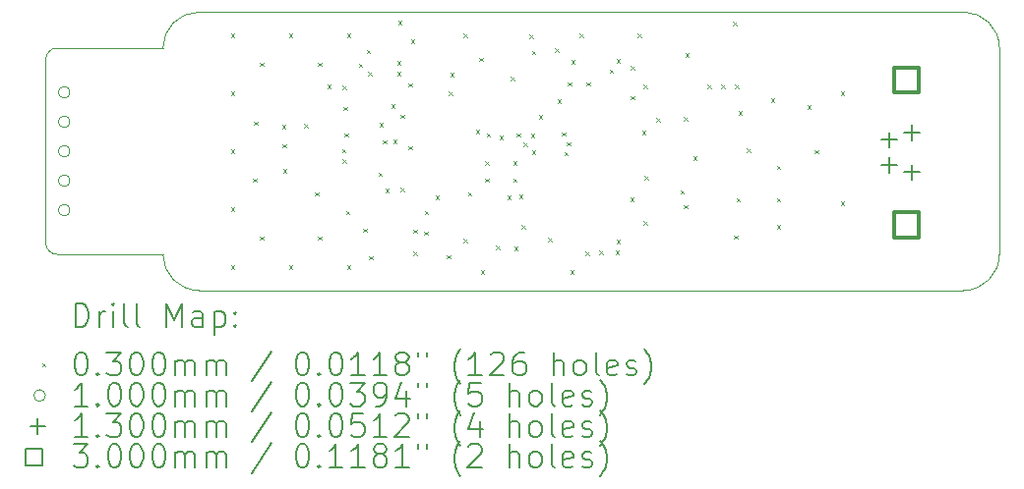
<source format=gbr>
%TF.GenerationSoftware,KiCad,Pcbnew,8.0.2-1.fc40*%
%TF.CreationDate,2024-05-13T13:54:55+02:00*%
%TF.ProjectId,FT24-SLS,46543234-2d53-44c5-932e-6b696361645f,rev?*%
%TF.SameCoordinates,Original*%
%TF.FileFunction,Drillmap*%
%TF.FilePolarity,Positive*%
%FSLAX45Y45*%
G04 Gerber Fmt 4.5, Leading zero omitted, Abs format (unit mm)*
G04 Created by KiCad (PCBNEW 8.0.2-1.fc40) date 2024-05-13 13:54:55*
%MOMM*%
%LPD*%
G01*
G04 APERTURE LIST*
%ADD10C,0.050000*%
%ADD11C,0.200000*%
%ADD12C,0.100000*%
%ADD13C,0.130000*%
%ADD14C,0.300000*%
G04 APERTURE END LIST*
D10*
X18600000Y-10290000D02*
G75*
G02*
X18290000Y-10600000I-310000J0D01*
G01*
X18290000Y-8199203D02*
G75*
G02*
X18599997Y-8509203I0J-309997D01*
G01*
X10490711Y-8510000D02*
X11400000Y-8510000D01*
X10490711Y-10289289D02*
G75*
G02*
X10390711Y-10189289I-1J99999D01*
G01*
X11400000Y-10290000D02*
X10490711Y-10289289D01*
X10390711Y-8610000D02*
G75*
G02*
X10490711Y-8510001I99999J0D01*
G01*
X11710000Y-10600000D02*
G75*
G02*
X11400000Y-10290000I0J310000D01*
G01*
X11400000Y-8510000D02*
G75*
G02*
X11709203Y-8200800I309200J0D01*
G01*
X18290000Y-10600000D02*
X11710000Y-10600000D01*
X18600000Y-8509203D02*
X18600000Y-10290000D01*
X11709203Y-8200797D02*
X18290000Y-8199203D01*
X10390711Y-10189289D02*
X10390711Y-8610000D01*
D11*
D12*
X11985000Y-8385000D02*
X12015000Y-8415000D01*
X12015000Y-8385000D02*
X11985000Y-8415000D01*
X11985000Y-8885000D02*
X12015000Y-8915000D01*
X12015000Y-8885000D02*
X11985000Y-8915000D01*
X11985000Y-9385000D02*
X12015000Y-9415000D01*
X12015000Y-9385000D02*
X11985000Y-9415000D01*
X11985000Y-9885000D02*
X12015000Y-9915000D01*
X12015000Y-9885000D02*
X11985000Y-9915000D01*
X11985000Y-10385000D02*
X12015000Y-10415000D01*
X12015000Y-10385000D02*
X11985000Y-10415000D01*
X12175000Y-9635000D02*
X12205000Y-9665000D01*
X12205000Y-9635000D02*
X12175000Y-9665000D01*
X12185000Y-9145000D02*
X12215000Y-9175000D01*
X12215000Y-9145000D02*
X12185000Y-9175000D01*
X12235000Y-8635000D02*
X12265000Y-8665000D01*
X12265000Y-8635000D02*
X12235000Y-8665000D01*
X12235000Y-10135000D02*
X12265000Y-10165000D01*
X12265000Y-10135000D02*
X12235000Y-10165000D01*
X12425000Y-9175000D02*
X12455000Y-9205000D01*
X12455000Y-9175000D02*
X12425000Y-9205000D01*
X12429713Y-9337835D02*
X12459713Y-9367835D01*
X12459713Y-9337835D02*
X12429713Y-9367835D01*
X12433980Y-9556020D02*
X12463980Y-9586020D01*
X12463980Y-9556020D02*
X12433980Y-9586020D01*
X12485000Y-8385000D02*
X12515000Y-8415000D01*
X12515000Y-8385000D02*
X12485000Y-8415000D01*
X12485000Y-10385000D02*
X12515000Y-10415000D01*
X12515000Y-10385000D02*
X12485000Y-10415000D01*
X12615000Y-9165000D02*
X12645000Y-9195000D01*
X12645000Y-9165000D02*
X12615000Y-9195000D01*
X12707500Y-9755000D02*
X12737500Y-9785000D01*
X12737500Y-9755000D02*
X12707500Y-9785000D01*
X12735000Y-8635000D02*
X12765000Y-8665000D01*
X12765000Y-8635000D02*
X12735000Y-8665000D01*
X12735000Y-10135000D02*
X12765000Y-10165000D01*
X12765000Y-10135000D02*
X12735000Y-10165000D01*
X12815000Y-8825000D02*
X12845000Y-8855000D01*
X12845000Y-8825000D02*
X12815000Y-8855000D01*
X12943505Y-9381035D02*
X12973505Y-9411035D01*
X12973505Y-9381035D02*
X12943505Y-9411035D01*
X12944991Y-9470000D02*
X12974991Y-9500000D01*
X12974991Y-9470000D02*
X12944991Y-9500000D01*
X12945000Y-8835000D02*
X12975000Y-8865000D01*
X12975000Y-8835000D02*
X12945000Y-8865000D01*
X12955000Y-9015000D02*
X12985000Y-9045000D01*
X12985000Y-9015000D02*
X12955000Y-9045000D01*
X12965000Y-9245000D02*
X12995000Y-9275000D01*
X12995000Y-9245000D02*
X12965000Y-9275000D01*
X12975000Y-9915000D02*
X13005000Y-9945000D01*
X13005000Y-9915000D02*
X12975000Y-9945000D01*
X12985000Y-8385000D02*
X13015000Y-8415000D01*
X13015000Y-8385000D02*
X12985000Y-8415000D01*
X12985000Y-10385000D02*
X13015000Y-10415000D01*
X13015000Y-10385000D02*
X12985000Y-10415000D01*
X13085000Y-8645000D02*
X13115000Y-8675000D01*
X13115000Y-8645000D02*
X13085000Y-8675000D01*
X13125000Y-10065000D02*
X13155000Y-10095000D01*
X13155000Y-10065000D02*
X13125000Y-10095000D01*
X13155000Y-8525000D02*
X13185000Y-8555000D01*
X13185000Y-8525000D02*
X13155000Y-8555000D01*
X13165000Y-8715000D02*
X13195000Y-8745000D01*
X13195000Y-8715000D02*
X13165000Y-8745000D01*
X13175000Y-10305000D02*
X13205000Y-10335000D01*
X13205000Y-10305000D02*
X13175000Y-10335000D01*
X13255000Y-9585000D02*
X13285000Y-9615000D01*
X13285000Y-9585000D02*
X13255000Y-9615000D01*
X13265000Y-9155000D02*
X13295000Y-9185000D01*
X13295000Y-9155000D02*
X13265000Y-9185000D01*
X13295000Y-9305000D02*
X13325000Y-9335000D01*
X13325000Y-9305000D02*
X13295000Y-9335000D01*
X13315000Y-9725000D02*
X13345000Y-9755000D01*
X13345000Y-9725000D02*
X13315000Y-9755000D01*
X13365000Y-8995000D02*
X13395000Y-9025000D01*
X13395000Y-8995000D02*
X13365000Y-9025000D01*
X13381238Y-9302010D02*
X13411238Y-9332010D01*
X13411238Y-9302010D02*
X13381238Y-9332010D01*
X13415000Y-8625000D02*
X13445000Y-8655000D01*
X13445000Y-8625000D02*
X13415000Y-8655000D01*
X13415000Y-8715000D02*
X13445000Y-8745000D01*
X13445000Y-8715000D02*
X13415000Y-8745000D01*
X13425000Y-8275000D02*
X13455000Y-8305000D01*
X13455000Y-8275000D02*
X13425000Y-8305000D01*
X13445000Y-9715000D02*
X13475000Y-9745000D01*
X13475000Y-9715000D02*
X13445000Y-9745000D01*
X13445000Y-9085000D02*
X13475000Y-9115000D01*
X13475000Y-9085000D02*
X13445000Y-9115000D01*
X13515000Y-8815000D02*
X13545000Y-8845000D01*
X13545000Y-8815000D02*
X13515000Y-8845000D01*
X13515000Y-9355000D02*
X13545000Y-9385000D01*
X13545000Y-9355000D02*
X13515000Y-9385000D01*
X13535000Y-8435000D02*
X13565000Y-8465000D01*
X13565000Y-8435000D02*
X13535000Y-8465000D01*
X13555000Y-10075000D02*
X13585000Y-10105000D01*
X13585000Y-10075000D02*
X13555000Y-10105000D01*
X13555000Y-10265000D02*
X13585000Y-10295000D01*
X13585000Y-10265000D02*
X13555000Y-10295000D01*
X13648751Y-10091250D02*
X13678751Y-10121250D01*
X13678751Y-10091250D02*
X13648751Y-10121250D01*
X13652500Y-9915000D02*
X13682500Y-9945000D01*
X13682500Y-9915000D02*
X13652500Y-9945000D01*
X13745000Y-9785000D02*
X13775000Y-9815000D01*
X13775000Y-9785000D02*
X13745000Y-9815000D01*
X13845000Y-10295000D02*
X13875000Y-10325000D01*
X13875000Y-10295000D02*
X13845000Y-10325000D01*
X13861140Y-8885000D02*
X13891140Y-8915000D01*
X13891140Y-8885000D02*
X13861140Y-8915000D01*
X13871140Y-8725000D02*
X13901140Y-8755000D01*
X13901140Y-8725000D02*
X13871140Y-8755000D01*
X13985000Y-8385000D02*
X14015000Y-8415000D01*
X14015000Y-8385000D02*
X13985000Y-8415000D01*
X13985000Y-10155000D02*
X14015000Y-10185000D01*
X14015000Y-10155000D02*
X13985000Y-10185000D01*
X14025000Y-9755000D02*
X14055000Y-9785000D01*
X14055000Y-9755000D02*
X14025000Y-9785000D01*
X14092500Y-9214999D02*
X14122500Y-9244999D01*
X14122500Y-9214999D02*
X14092500Y-9244999D01*
X14125000Y-8595000D02*
X14155000Y-8625000D01*
X14155000Y-8595000D02*
X14125000Y-8625000D01*
X14135000Y-10425000D02*
X14165000Y-10455000D01*
X14165000Y-10425000D02*
X14135000Y-10455000D01*
X14175000Y-9485000D02*
X14205000Y-9515000D01*
X14205000Y-9485000D02*
X14175000Y-9515000D01*
X14175000Y-9635000D02*
X14205000Y-9665000D01*
X14205000Y-9635000D02*
X14175000Y-9665000D01*
X14185000Y-9245000D02*
X14215000Y-9275000D01*
X14215000Y-9245000D02*
X14185000Y-9275000D01*
X14265000Y-10215000D02*
X14295000Y-10245000D01*
X14295000Y-10215000D02*
X14265000Y-10245000D01*
X14295000Y-9265000D02*
X14325000Y-9295000D01*
X14325000Y-9265000D02*
X14295000Y-9295000D01*
X14365000Y-9785000D02*
X14395000Y-9815000D01*
X14395000Y-9785000D02*
X14365000Y-9815000D01*
X14393397Y-8757265D02*
X14423397Y-8787265D01*
X14423397Y-8757265D02*
X14393397Y-8787265D01*
X14415000Y-9485000D02*
X14445000Y-9515000D01*
X14445000Y-9485000D02*
X14415000Y-9515000D01*
X14415000Y-9635000D02*
X14445000Y-9665000D01*
X14445000Y-9635000D02*
X14415000Y-9665000D01*
X14425000Y-10225000D02*
X14455000Y-10255000D01*
X14455000Y-10225000D02*
X14425000Y-10255000D01*
X14445000Y-9245000D02*
X14475000Y-9275000D01*
X14475000Y-9245000D02*
X14445000Y-9275000D01*
X14465000Y-9775000D02*
X14495000Y-9805000D01*
X14495000Y-9775000D02*
X14465000Y-9805000D01*
X14485000Y-10035000D02*
X14515000Y-10065000D01*
X14515000Y-10035000D02*
X14485000Y-10065000D01*
X14502154Y-9327500D02*
X14532154Y-9357500D01*
X14532154Y-9327500D02*
X14502154Y-9357500D01*
X14555000Y-8395000D02*
X14585000Y-8425000D01*
X14585000Y-8395000D02*
X14555000Y-8425000D01*
X14566113Y-9250000D02*
X14596113Y-9280000D01*
X14596113Y-9250000D02*
X14566113Y-9280000D01*
X14575000Y-8535000D02*
X14605000Y-8565000D01*
X14605000Y-8535000D02*
X14575000Y-8565000D01*
X14575000Y-9395000D02*
X14605000Y-9425000D01*
X14605000Y-9395000D02*
X14575000Y-9425000D01*
X14635000Y-9087500D02*
X14665000Y-9117500D01*
X14665000Y-9087500D02*
X14635000Y-9117500D01*
X14715000Y-10145000D02*
X14745000Y-10175000D01*
X14745000Y-10145000D02*
X14715000Y-10175000D01*
X14775000Y-8515000D02*
X14805000Y-8545000D01*
X14805000Y-8515000D02*
X14775000Y-8545000D01*
X14795001Y-8955000D02*
X14825001Y-8985000D01*
X14825001Y-8955000D02*
X14795001Y-8985000D01*
X14835000Y-9235000D02*
X14865000Y-9265000D01*
X14865000Y-9235000D02*
X14835000Y-9265000D01*
X14855000Y-9405000D02*
X14885000Y-9435000D01*
X14885000Y-9405000D02*
X14855000Y-9435000D01*
X14875000Y-9322500D02*
X14905000Y-9352500D01*
X14905000Y-9322500D02*
X14875000Y-9352500D01*
X14885000Y-8805000D02*
X14915000Y-8835000D01*
X14915000Y-8805000D02*
X14885000Y-8835000D01*
X14905000Y-10425000D02*
X14935000Y-10455000D01*
X14935000Y-10425000D02*
X14905000Y-10455000D01*
X14915000Y-8615000D02*
X14945000Y-8645000D01*
X14945000Y-8615000D02*
X14915000Y-8645000D01*
X14985000Y-8385000D02*
X15015000Y-8415000D01*
X15015000Y-8385000D02*
X14985000Y-8415000D01*
X15034998Y-10265000D02*
X15064998Y-10295000D01*
X15064998Y-10265000D02*
X15034998Y-10295000D01*
X15045000Y-8805001D02*
X15075000Y-8835001D01*
X15075000Y-8805001D02*
X15045000Y-8835001D01*
X15155000Y-10255000D02*
X15185000Y-10285000D01*
X15185000Y-10255000D02*
X15155000Y-10285000D01*
X15245000Y-8695000D02*
X15275000Y-8725000D01*
X15275000Y-8695000D02*
X15245000Y-8725000D01*
X15295000Y-10255000D02*
X15325000Y-10285000D01*
X15325000Y-10255000D02*
X15295000Y-10285000D01*
X15305000Y-8605000D02*
X15335000Y-8635000D01*
X15335000Y-8605000D02*
X15305000Y-8635000D01*
X15305000Y-10165000D02*
X15335000Y-10195000D01*
X15335000Y-10165000D02*
X15305000Y-10195000D01*
X15421981Y-9798208D02*
X15451981Y-9828208D01*
X15451981Y-9798208D02*
X15421981Y-9828208D01*
X15425000Y-8665000D02*
X15455000Y-8695000D01*
X15455000Y-8665000D02*
X15425000Y-8695000D01*
X15425000Y-8925000D02*
X15455000Y-8955000D01*
X15455000Y-8925000D02*
X15425000Y-8955000D01*
X15485000Y-8385000D02*
X15515000Y-8415000D01*
X15515000Y-8385000D02*
X15485000Y-8415000D01*
X15525000Y-9225000D02*
X15555000Y-9255000D01*
X15555000Y-9225000D02*
X15525000Y-9255000D01*
X15535000Y-8825000D02*
X15565000Y-8855000D01*
X15565000Y-8825000D02*
X15535000Y-8855000D01*
X15535000Y-10005000D02*
X15565000Y-10035000D01*
X15565000Y-10005000D02*
X15535000Y-10035000D01*
X15545000Y-9615000D02*
X15575000Y-9645000D01*
X15575000Y-9615000D02*
X15545000Y-9645000D01*
X15645000Y-9115000D02*
X15675000Y-9145000D01*
X15675000Y-9115000D02*
X15645000Y-9145000D01*
X15855000Y-9735000D02*
X15885000Y-9765000D01*
X15885000Y-9735000D02*
X15855000Y-9765000D01*
X15885000Y-9105000D02*
X15915000Y-9135000D01*
X15915000Y-9105000D02*
X15885000Y-9135000D01*
X15885000Y-9865000D02*
X15915000Y-9895000D01*
X15915000Y-9865000D02*
X15885000Y-9895000D01*
X15895000Y-8555000D02*
X15925000Y-8585000D01*
X15925000Y-8555000D02*
X15895000Y-8585000D01*
X15965000Y-9445000D02*
X15995000Y-9475000D01*
X15995000Y-9445000D02*
X15965000Y-9475000D01*
X16085000Y-8825000D02*
X16115000Y-8855000D01*
X16115000Y-8825000D02*
X16085000Y-8855000D01*
X16205000Y-8825000D02*
X16235000Y-8855000D01*
X16235000Y-8825000D02*
X16205000Y-8855000D01*
X16306250Y-8283750D02*
X16336250Y-8313750D01*
X16336250Y-8283750D02*
X16306250Y-8313750D01*
X16315000Y-10125000D02*
X16345000Y-10155000D01*
X16345000Y-10125000D02*
X16315000Y-10155000D01*
X16325000Y-8825000D02*
X16355000Y-8855000D01*
X16355000Y-8825000D02*
X16325000Y-8855000D01*
X16335000Y-9805000D02*
X16365000Y-9835000D01*
X16365000Y-9805000D02*
X16335000Y-9835000D01*
X16355000Y-9055000D02*
X16385000Y-9085000D01*
X16385000Y-9055000D02*
X16355000Y-9085000D01*
X16425000Y-9375000D02*
X16455000Y-9405000D01*
X16455000Y-9375000D02*
X16425000Y-9405000D01*
X16635000Y-8945000D02*
X16665000Y-8975000D01*
X16665000Y-8945000D02*
X16635000Y-8975000D01*
X16685000Y-10035000D02*
X16715000Y-10065000D01*
X16715000Y-10035000D02*
X16685000Y-10065000D01*
X16685000Y-9525000D02*
X16715000Y-9555000D01*
X16715000Y-9525000D02*
X16685000Y-9555000D01*
X16685000Y-9805000D02*
X16715000Y-9835000D01*
X16715000Y-9805000D02*
X16685000Y-9835000D01*
X16944896Y-9005000D02*
X16974896Y-9035000D01*
X16974896Y-9005000D02*
X16944896Y-9035000D01*
X17010460Y-9390460D02*
X17040460Y-9420460D01*
X17040460Y-9390460D02*
X17010460Y-9420460D01*
X17235000Y-8885000D02*
X17265000Y-8915000D01*
X17265000Y-8885000D02*
X17235000Y-8915000D01*
X17235000Y-9835000D02*
X17265000Y-9865000D01*
X17265000Y-9835000D02*
X17235000Y-9865000D01*
X10600000Y-8892000D02*
G75*
G02*
X10500000Y-8892000I-50000J0D01*
G01*
X10500000Y-8892000D02*
G75*
G02*
X10600000Y-8892000I50000J0D01*
G01*
X10600000Y-9146000D02*
G75*
G02*
X10500000Y-9146000I-50000J0D01*
G01*
X10500000Y-9146000D02*
G75*
G02*
X10600000Y-9146000I50000J0D01*
G01*
X10600000Y-9400000D02*
G75*
G02*
X10500000Y-9400000I-50000J0D01*
G01*
X10500000Y-9400000D02*
G75*
G02*
X10600000Y-9400000I50000J0D01*
G01*
X10600000Y-9654000D02*
G75*
G02*
X10500000Y-9654000I-50000J0D01*
G01*
X10500000Y-9654000D02*
G75*
G02*
X10600000Y-9654000I50000J0D01*
G01*
X10600000Y-9908000D02*
G75*
G02*
X10500000Y-9908000I-50000J0D01*
G01*
X10500000Y-9908000D02*
G75*
G02*
X10600000Y-9908000I50000J0D01*
G01*
D13*
X17651250Y-9237500D02*
X17651250Y-9367500D01*
X17586250Y-9302500D02*
X17716250Y-9302500D01*
X17651250Y-9452500D02*
X17651250Y-9582500D01*
X17586250Y-9517500D02*
X17716250Y-9517500D01*
X17846250Y-9175000D02*
X17846250Y-9305000D01*
X17781250Y-9240000D02*
X17911250Y-9240000D01*
X17846250Y-9515000D02*
X17846250Y-9645000D01*
X17781250Y-9580000D02*
X17911250Y-9580000D01*
D14*
X17902317Y-8891067D02*
X17902317Y-8678933D01*
X17690183Y-8678933D01*
X17690183Y-8891067D01*
X17902317Y-8891067D01*
X17902317Y-10141067D02*
X17902317Y-9928933D01*
X17690183Y-9928933D01*
X17690183Y-10141067D01*
X17902317Y-10141067D01*
D11*
X10648988Y-10913984D02*
X10648988Y-10713984D01*
X10648988Y-10713984D02*
X10696607Y-10713984D01*
X10696607Y-10713984D02*
X10725178Y-10723508D01*
X10725178Y-10723508D02*
X10744226Y-10742555D01*
X10744226Y-10742555D02*
X10753749Y-10761603D01*
X10753749Y-10761603D02*
X10763273Y-10799698D01*
X10763273Y-10799698D02*
X10763273Y-10828270D01*
X10763273Y-10828270D02*
X10753749Y-10866365D01*
X10753749Y-10866365D02*
X10744226Y-10885413D01*
X10744226Y-10885413D02*
X10725178Y-10904460D01*
X10725178Y-10904460D02*
X10696607Y-10913984D01*
X10696607Y-10913984D02*
X10648988Y-10913984D01*
X10848988Y-10913984D02*
X10848988Y-10780651D01*
X10848988Y-10818746D02*
X10858511Y-10799698D01*
X10858511Y-10799698D02*
X10868035Y-10790174D01*
X10868035Y-10790174D02*
X10887083Y-10780651D01*
X10887083Y-10780651D02*
X10906130Y-10780651D01*
X10972797Y-10913984D02*
X10972797Y-10780651D01*
X10972797Y-10713984D02*
X10963273Y-10723508D01*
X10963273Y-10723508D02*
X10972797Y-10733032D01*
X10972797Y-10733032D02*
X10982321Y-10723508D01*
X10982321Y-10723508D02*
X10972797Y-10713984D01*
X10972797Y-10713984D02*
X10972797Y-10733032D01*
X11096607Y-10913984D02*
X11077559Y-10904460D01*
X11077559Y-10904460D02*
X11068035Y-10885413D01*
X11068035Y-10885413D02*
X11068035Y-10713984D01*
X11201368Y-10913984D02*
X11182321Y-10904460D01*
X11182321Y-10904460D02*
X11172797Y-10885413D01*
X11172797Y-10885413D02*
X11172797Y-10713984D01*
X11429940Y-10913984D02*
X11429940Y-10713984D01*
X11429940Y-10713984D02*
X11496607Y-10856841D01*
X11496607Y-10856841D02*
X11563273Y-10713984D01*
X11563273Y-10713984D02*
X11563273Y-10913984D01*
X11744226Y-10913984D02*
X11744226Y-10809222D01*
X11744226Y-10809222D02*
X11734702Y-10790174D01*
X11734702Y-10790174D02*
X11715654Y-10780651D01*
X11715654Y-10780651D02*
X11677559Y-10780651D01*
X11677559Y-10780651D02*
X11658511Y-10790174D01*
X11744226Y-10904460D02*
X11725178Y-10913984D01*
X11725178Y-10913984D02*
X11677559Y-10913984D01*
X11677559Y-10913984D02*
X11658511Y-10904460D01*
X11658511Y-10904460D02*
X11648987Y-10885413D01*
X11648987Y-10885413D02*
X11648987Y-10866365D01*
X11648987Y-10866365D02*
X11658511Y-10847317D01*
X11658511Y-10847317D02*
X11677559Y-10837794D01*
X11677559Y-10837794D02*
X11725178Y-10837794D01*
X11725178Y-10837794D02*
X11744226Y-10828270D01*
X11839464Y-10780651D02*
X11839464Y-10980651D01*
X11839464Y-10790174D02*
X11858511Y-10780651D01*
X11858511Y-10780651D02*
X11896607Y-10780651D01*
X11896607Y-10780651D02*
X11915654Y-10790174D01*
X11915654Y-10790174D02*
X11925178Y-10799698D01*
X11925178Y-10799698D02*
X11934702Y-10818746D01*
X11934702Y-10818746D02*
X11934702Y-10875889D01*
X11934702Y-10875889D02*
X11925178Y-10894936D01*
X11925178Y-10894936D02*
X11915654Y-10904460D01*
X11915654Y-10904460D02*
X11896607Y-10913984D01*
X11896607Y-10913984D02*
X11858511Y-10913984D01*
X11858511Y-10913984D02*
X11839464Y-10904460D01*
X12020416Y-10894936D02*
X12029940Y-10904460D01*
X12029940Y-10904460D02*
X12020416Y-10913984D01*
X12020416Y-10913984D02*
X12010892Y-10904460D01*
X12010892Y-10904460D02*
X12020416Y-10894936D01*
X12020416Y-10894936D02*
X12020416Y-10913984D01*
X12020416Y-10790174D02*
X12029940Y-10799698D01*
X12029940Y-10799698D02*
X12020416Y-10809222D01*
X12020416Y-10809222D02*
X12010892Y-10799698D01*
X12010892Y-10799698D02*
X12020416Y-10790174D01*
X12020416Y-10790174D02*
X12020416Y-10809222D01*
D12*
X10358211Y-11227500D02*
X10388211Y-11257500D01*
X10388211Y-11227500D02*
X10358211Y-11257500D01*
D11*
X10687083Y-11133984D02*
X10706130Y-11133984D01*
X10706130Y-11133984D02*
X10725178Y-11143508D01*
X10725178Y-11143508D02*
X10734702Y-11153032D01*
X10734702Y-11153032D02*
X10744226Y-11172079D01*
X10744226Y-11172079D02*
X10753749Y-11210174D01*
X10753749Y-11210174D02*
X10753749Y-11257793D01*
X10753749Y-11257793D02*
X10744226Y-11295889D01*
X10744226Y-11295889D02*
X10734702Y-11314936D01*
X10734702Y-11314936D02*
X10725178Y-11324460D01*
X10725178Y-11324460D02*
X10706130Y-11333984D01*
X10706130Y-11333984D02*
X10687083Y-11333984D01*
X10687083Y-11333984D02*
X10668035Y-11324460D01*
X10668035Y-11324460D02*
X10658511Y-11314936D01*
X10658511Y-11314936D02*
X10648988Y-11295889D01*
X10648988Y-11295889D02*
X10639464Y-11257793D01*
X10639464Y-11257793D02*
X10639464Y-11210174D01*
X10639464Y-11210174D02*
X10648988Y-11172079D01*
X10648988Y-11172079D02*
X10658511Y-11153032D01*
X10658511Y-11153032D02*
X10668035Y-11143508D01*
X10668035Y-11143508D02*
X10687083Y-11133984D01*
X10839464Y-11314936D02*
X10848988Y-11324460D01*
X10848988Y-11324460D02*
X10839464Y-11333984D01*
X10839464Y-11333984D02*
X10829940Y-11324460D01*
X10829940Y-11324460D02*
X10839464Y-11314936D01*
X10839464Y-11314936D02*
X10839464Y-11333984D01*
X10915654Y-11133984D02*
X11039464Y-11133984D01*
X11039464Y-11133984D02*
X10972797Y-11210174D01*
X10972797Y-11210174D02*
X11001369Y-11210174D01*
X11001369Y-11210174D02*
X11020416Y-11219698D01*
X11020416Y-11219698D02*
X11029940Y-11229222D01*
X11029940Y-11229222D02*
X11039464Y-11248270D01*
X11039464Y-11248270D02*
X11039464Y-11295889D01*
X11039464Y-11295889D02*
X11029940Y-11314936D01*
X11029940Y-11314936D02*
X11020416Y-11324460D01*
X11020416Y-11324460D02*
X11001369Y-11333984D01*
X11001369Y-11333984D02*
X10944226Y-11333984D01*
X10944226Y-11333984D02*
X10925178Y-11324460D01*
X10925178Y-11324460D02*
X10915654Y-11314936D01*
X11163273Y-11133984D02*
X11182321Y-11133984D01*
X11182321Y-11133984D02*
X11201368Y-11143508D01*
X11201368Y-11143508D02*
X11210892Y-11153032D01*
X11210892Y-11153032D02*
X11220416Y-11172079D01*
X11220416Y-11172079D02*
X11229940Y-11210174D01*
X11229940Y-11210174D02*
X11229940Y-11257793D01*
X11229940Y-11257793D02*
X11220416Y-11295889D01*
X11220416Y-11295889D02*
X11210892Y-11314936D01*
X11210892Y-11314936D02*
X11201368Y-11324460D01*
X11201368Y-11324460D02*
X11182321Y-11333984D01*
X11182321Y-11333984D02*
X11163273Y-11333984D01*
X11163273Y-11333984D02*
X11144226Y-11324460D01*
X11144226Y-11324460D02*
X11134702Y-11314936D01*
X11134702Y-11314936D02*
X11125178Y-11295889D01*
X11125178Y-11295889D02*
X11115654Y-11257793D01*
X11115654Y-11257793D02*
X11115654Y-11210174D01*
X11115654Y-11210174D02*
X11125178Y-11172079D01*
X11125178Y-11172079D02*
X11134702Y-11153032D01*
X11134702Y-11153032D02*
X11144226Y-11143508D01*
X11144226Y-11143508D02*
X11163273Y-11133984D01*
X11353749Y-11133984D02*
X11372797Y-11133984D01*
X11372797Y-11133984D02*
X11391845Y-11143508D01*
X11391845Y-11143508D02*
X11401368Y-11153032D01*
X11401368Y-11153032D02*
X11410892Y-11172079D01*
X11410892Y-11172079D02*
X11420416Y-11210174D01*
X11420416Y-11210174D02*
X11420416Y-11257793D01*
X11420416Y-11257793D02*
X11410892Y-11295889D01*
X11410892Y-11295889D02*
X11401368Y-11314936D01*
X11401368Y-11314936D02*
X11391845Y-11324460D01*
X11391845Y-11324460D02*
X11372797Y-11333984D01*
X11372797Y-11333984D02*
X11353749Y-11333984D01*
X11353749Y-11333984D02*
X11334702Y-11324460D01*
X11334702Y-11324460D02*
X11325178Y-11314936D01*
X11325178Y-11314936D02*
X11315654Y-11295889D01*
X11315654Y-11295889D02*
X11306130Y-11257793D01*
X11306130Y-11257793D02*
X11306130Y-11210174D01*
X11306130Y-11210174D02*
X11315654Y-11172079D01*
X11315654Y-11172079D02*
X11325178Y-11153032D01*
X11325178Y-11153032D02*
X11334702Y-11143508D01*
X11334702Y-11143508D02*
X11353749Y-11133984D01*
X11506130Y-11333984D02*
X11506130Y-11200651D01*
X11506130Y-11219698D02*
X11515654Y-11210174D01*
X11515654Y-11210174D02*
X11534702Y-11200651D01*
X11534702Y-11200651D02*
X11563273Y-11200651D01*
X11563273Y-11200651D02*
X11582321Y-11210174D01*
X11582321Y-11210174D02*
X11591845Y-11229222D01*
X11591845Y-11229222D02*
X11591845Y-11333984D01*
X11591845Y-11229222D02*
X11601368Y-11210174D01*
X11601368Y-11210174D02*
X11620416Y-11200651D01*
X11620416Y-11200651D02*
X11648987Y-11200651D01*
X11648987Y-11200651D02*
X11668035Y-11210174D01*
X11668035Y-11210174D02*
X11677559Y-11229222D01*
X11677559Y-11229222D02*
X11677559Y-11333984D01*
X11772797Y-11333984D02*
X11772797Y-11200651D01*
X11772797Y-11219698D02*
X11782321Y-11210174D01*
X11782321Y-11210174D02*
X11801368Y-11200651D01*
X11801368Y-11200651D02*
X11829940Y-11200651D01*
X11829940Y-11200651D02*
X11848988Y-11210174D01*
X11848988Y-11210174D02*
X11858511Y-11229222D01*
X11858511Y-11229222D02*
X11858511Y-11333984D01*
X11858511Y-11229222D02*
X11868035Y-11210174D01*
X11868035Y-11210174D02*
X11887083Y-11200651D01*
X11887083Y-11200651D02*
X11915654Y-11200651D01*
X11915654Y-11200651D02*
X11934702Y-11210174D01*
X11934702Y-11210174D02*
X11944226Y-11229222D01*
X11944226Y-11229222D02*
X11944226Y-11333984D01*
X12334702Y-11124460D02*
X12163273Y-11381603D01*
X12591845Y-11133984D02*
X12610892Y-11133984D01*
X12610892Y-11133984D02*
X12629940Y-11143508D01*
X12629940Y-11143508D02*
X12639464Y-11153032D01*
X12639464Y-11153032D02*
X12648988Y-11172079D01*
X12648988Y-11172079D02*
X12658511Y-11210174D01*
X12658511Y-11210174D02*
X12658511Y-11257793D01*
X12658511Y-11257793D02*
X12648988Y-11295889D01*
X12648988Y-11295889D02*
X12639464Y-11314936D01*
X12639464Y-11314936D02*
X12629940Y-11324460D01*
X12629940Y-11324460D02*
X12610892Y-11333984D01*
X12610892Y-11333984D02*
X12591845Y-11333984D01*
X12591845Y-11333984D02*
X12572797Y-11324460D01*
X12572797Y-11324460D02*
X12563273Y-11314936D01*
X12563273Y-11314936D02*
X12553750Y-11295889D01*
X12553750Y-11295889D02*
X12544226Y-11257793D01*
X12544226Y-11257793D02*
X12544226Y-11210174D01*
X12544226Y-11210174D02*
X12553750Y-11172079D01*
X12553750Y-11172079D02*
X12563273Y-11153032D01*
X12563273Y-11153032D02*
X12572797Y-11143508D01*
X12572797Y-11143508D02*
X12591845Y-11133984D01*
X12744226Y-11314936D02*
X12753750Y-11324460D01*
X12753750Y-11324460D02*
X12744226Y-11333984D01*
X12744226Y-11333984D02*
X12734702Y-11324460D01*
X12734702Y-11324460D02*
X12744226Y-11314936D01*
X12744226Y-11314936D02*
X12744226Y-11333984D01*
X12877559Y-11133984D02*
X12896607Y-11133984D01*
X12896607Y-11133984D02*
X12915654Y-11143508D01*
X12915654Y-11143508D02*
X12925178Y-11153032D01*
X12925178Y-11153032D02*
X12934702Y-11172079D01*
X12934702Y-11172079D02*
X12944226Y-11210174D01*
X12944226Y-11210174D02*
X12944226Y-11257793D01*
X12944226Y-11257793D02*
X12934702Y-11295889D01*
X12934702Y-11295889D02*
X12925178Y-11314936D01*
X12925178Y-11314936D02*
X12915654Y-11324460D01*
X12915654Y-11324460D02*
X12896607Y-11333984D01*
X12896607Y-11333984D02*
X12877559Y-11333984D01*
X12877559Y-11333984D02*
X12858511Y-11324460D01*
X12858511Y-11324460D02*
X12848988Y-11314936D01*
X12848988Y-11314936D02*
X12839464Y-11295889D01*
X12839464Y-11295889D02*
X12829940Y-11257793D01*
X12829940Y-11257793D02*
X12829940Y-11210174D01*
X12829940Y-11210174D02*
X12839464Y-11172079D01*
X12839464Y-11172079D02*
X12848988Y-11153032D01*
X12848988Y-11153032D02*
X12858511Y-11143508D01*
X12858511Y-11143508D02*
X12877559Y-11133984D01*
X13134702Y-11333984D02*
X13020416Y-11333984D01*
X13077559Y-11333984D02*
X13077559Y-11133984D01*
X13077559Y-11133984D02*
X13058511Y-11162555D01*
X13058511Y-11162555D02*
X13039464Y-11181603D01*
X13039464Y-11181603D02*
X13020416Y-11191127D01*
X13325178Y-11333984D02*
X13210892Y-11333984D01*
X13268035Y-11333984D02*
X13268035Y-11133984D01*
X13268035Y-11133984D02*
X13248988Y-11162555D01*
X13248988Y-11162555D02*
X13229940Y-11181603D01*
X13229940Y-11181603D02*
X13210892Y-11191127D01*
X13439464Y-11219698D02*
X13420416Y-11210174D01*
X13420416Y-11210174D02*
X13410892Y-11200651D01*
X13410892Y-11200651D02*
X13401369Y-11181603D01*
X13401369Y-11181603D02*
X13401369Y-11172079D01*
X13401369Y-11172079D02*
X13410892Y-11153032D01*
X13410892Y-11153032D02*
X13420416Y-11143508D01*
X13420416Y-11143508D02*
X13439464Y-11133984D01*
X13439464Y-11133984D02*
X13477559Y-11133984D01*
X13477559Y-11133984D02*
X13496607Y-11143508D01*
X13496607Y-11143508D02*
X13506131Y-11153032D01*
X13506131Y-11153032D02*
X13515654Y-11172079D01*
X13515654Y-11172079D02*
X13515654Y-11181603D01*
X13515654Y-11181603D02*
X13506131Y-11200651D01*
X13506131Y-11200651D02*
X13496607Y-11210174D01*
X13496607Y-11210174D02*
X13477559Y-11219698D01*
X13477559Y-11219698D02*
X13439464Y-11219698D01*
X13439464Y-11219698D02*
X13420416Y-11229222D01*
X13420416Y-11229222D02*
X13410892Y-11238746D01*
X13410892Y-11238746D02*
X13401369Y-11257793D01*
X13401369Y-11257793D02*
X13401369Y-11295889D01*
X13401369Y-11295889D02*
X13410892Y-11314936D01*
X13410892Y-11314936D02*
X13420416Y-11324460D01*
X13420416Y-11324460D02*
X13439464Y-11333984D01*
X13439464Y-11333984D02*
X13477559Y-11333984D01*
X13477559Y-11333984D02*
X13496607Y-11324460D01*
X13496607Y-11324460D02*
X13506131Y-11314936D01*
X13506131Y-11314936D02*
X13515654Y-11295889D01*
X13515654Y-11295889D02*
X13515654Y-11257793D01*
X13515654Y-11257793D02*
X13506131Y-11238746D01*
X13506131Y-11238746D02*
X13496607Y-11229222D01*
X13496607Y-11229222D02*
X13477559Y-11219698D01*
X13591845Y-11133984D02*
X13591845Y-11172079D01*
X13668035Y-11133984D02*
X13668035Y-11172079D01*
X13963274Y-11410174D02*
X13953750Y-11400651D01*
X13953750Y-11400651D02*
X13934702Y-11372079D01*
X13934702Y-11372079D02*
X13925178Y-11353032D01*
X13925178Y-11353032D02*
X13915654Y-11324460D01*
X13915654Y-11324460D02*
X13906131Y-11276841D01*
X13906131Y-11276841D02*
X13906131Y-11238746D01*
X13906131Y-11238746D02*
X13915654Y-11191127D01*
X13915654Y-11191127D02*
X13925178Y-11162555D01*
X13925178Y-11162555D02*
X13934702Y-11143508D01*
X13934702Y-11143508D02*
X13953750Y-11114936D01*
X13953750Y-11114936D02*
X13963274Y-11105413D01*
X14144226Y-11333984D02*
X14029940Y-11333984D01*
X14087083Y-11333984D02*
X14087083Y-11133984D01*
X14087083Y-11133984D02*
X14068035Y-11162555D01*
X14068035Y-11162555D02*
X14048988Y-11181603D01*
X14048988Y-11181603D02*
X14029940Y-11191127D01*
X14220416Y-11153032D02*
X14229940Y-11143508D01*
X14229940Y-11143508D02*
X14248988Y-11133984D01*
X14248988Y-11133984D02*
X14296607Y-11133984D01*
X14296607Y-11133984D02*
X14315654Y-11143508D01*
X14315654Y-11143508D02*
X14325178Y-11153032D01*
X14325178Y-11153032D02*
X14334702Y-11172079D01*
X14334702Y-11172079D02*
X14334702Y-11191127D01*
X14334702Y-11191127D02*
X14325178Y-11219698D01*
X14325178Y-11219698D02*
X14210893Y-11333984D01*
X14210893Y-11333984D02*
X14334702Y-11333984D01*
X14506131Y-11133984D02*
X14468035Y-11133984D01*
X14468035Y-11133984D02*
X14448988Y-11143508D01*
X14448988Y-11143508D02*
X14439464Y-11153032D01*
X14439464Y-11153032D02*
X14420416Y-11181603D01*
X14420416Y-11181603D02*
X14410893Y-11219698D01*
X14410893Y-11219698D02*
X14410893Y-11295889D01*
X14410893Y-11295889D02*
X14420416Y-11314936D01*
X14420416Y-11314936D02*
X14429940Y-11324460D01*
X14429940Y-11324460D02*
X14448988Y-11333984D01*
X14448988Y-11333984D02*
X14487083Y-11333984D01*
X14487083Y-11333984D02*
X14506131Y-11324460D01*
X14506131Y-11324460D02*
X14515654Y-11314936D01*
X14515654Y-11314936D02*
X14525178Y-11295889D01*
X14525178Y-11295889D02*
X14525178Y-11248270D01*
X14525178Y-11248270D02*
X14515654Y-11229222D01*
X14515654Y-11229222D02*
X14506131Y-11219698D01*
X14506131Y-11219698D02*
X14487083Y-11210174D01*
X14487083Y-11210174D02*
X14448988Y-11210174D01*
X14448988Y-11210174D02*
X14429940Y-11219698D01*
X14429940Y-11219698D02*
X14420416Y-11229222D01*
X14420416Y-11229222D02*
X14410893Y-11248270D01*
X14763274Y-11333984D02*
X14763274Y-11133984D01*
X14848988Y-11333984D02*
X14848988Y-11229222D01*
X14848988Y-11229222D02*
X14839464Y-11210174D01*
X14839464Y-11210174D02*
X14820416Y-11200651D01*
X14820416Y-11200651D02*
X14791845Y-11200651D01*
X14791845Y-11200651D02*
X14772797Y-11210174D01*
X14772797Y-11210174D02*
X14763274Y-11219698D01*
X14972797Y-11333984D02*
X14953750Y-11324460D01*
X14953750Y-11324460D02*
X14944226Y-11314936D01*
X14944226Y-11314936D02*
X14934702Y-11295889D01*
X14934702Y-11295889D02*
X14934702Y-11238746D01*
X14934702Y-11238746D02*
X14944226Y-11219698D01*
X14944226Y-11219698D02*
X14953750Y-11210174D01*
X14953750Y-11210174D02*
X14972797Y-11200651D01*
X14972797Y-11200651D02*
X15001369Y-11200651D01*
X15001369Y-11200651D02*
X15020416Y-11210174D01*
X15020416Y-11210174D02*
X15029940Y-11219698D01*
X15029940Y-11219698D02*
X15039464Y-11238746D01*
X15039464Y-11238746D02*
X15039464Y-11295889D01*
X15039464Y-11295889D02*
X15029940Y-11314936D01*
X15029940Y-11314936D02*
X15020416Y-11324460D01*
X15020416Y-11324460D02*
X15001369Y-11333984D01*
X15001369Y-11333984D02*
X14972797Y-11333984D01*
X15153750Y-11333984D02*
X15134702Y-11324460D01*
X15134702Y-11324460D02*
X15125178Y-11305412D01*
X15125178Y-11305412D02*
X15125178Y-11133984D01*
X15306131Y-11324460D02*
X15287083Y-11333984D01*
X15287083Y-11333984D02*
X15248988Y-11333984D01*
X15248988Y-11333984D02*
X15229940Y-11324460D01*
X15229940Y-11324460D02*
X15220416Y-11305412D01*
X15220416Y-11305412D02*
X15220416Y-11229222D01*
X15220416Y-11229222D02*
X15229940Y-11210174D01*
X15229940Y-11210174D02*
X15248988Y-11200651D01*
X15248988Y-11200651D02*
X15287083Y-11200651D01*
X15287083Y-11200651D02*
X15306131Y-11210174D01*
X15306131Y-11210174D02*
X15315655Y-11229222D01*
X15315655Y-11229222D02*
X15315655Y-11248270D01*
X15315655Y-11248270D02*
X15220416Y-11267317D01*
X15391845Y-11324460D02*
X15410893Y-11333984D01*
X15410893Y-11333984D02*
X15448988Y-11333984D01*
X15448988Y-11333984D02*
X15468036Y-11324460D01*
X15468036Y-11324460D02*
X15477559Y-11305412D01*
X15477559Y-11305412D02*
X15477559Y-11295889D01*
X15477559Y-11295889D02*
X15468036Y-11276841D01*
X15468036Y-11276841D02*
X15448988Y-11267317D01*
X15448988Y-11267317D02*
X15420416Y-11267317D01*
X15420416Y-11267317D02*
X15401369Y-11257793D01*
X15401369Y-11257793D02*
X15391845Y-11238746D01*
X15391845Y-11238746D02*
X15391845Y-11229222D01*
X15391845Y-11229222D02*
X15401369Y-11210174D01*
X15401369Y-11210174D02*
X15420416Y-11200651D01*
X15420416Y-11200651D02*
X15448988Y-11200651D01*
X15448988Y-11200651D02*
X15468036Y-11210174D01*
X15544226Y-11410174D02*
X15553750Y-11400651D01*
X15553750Y-11400651D02*
X15572797Y-11372079D01*
X15572797Y-11372079D02*
X15582321Y-11353032D01*
X15582321Y-11353032D02*
X15591845Y-11324460D01*
X15591845Y-11324460D02*
X15601369Y-11276841D01*
X15601369Y-11276841D02*
X15601369Y-11238746D01*
X15601369Y-11238746D02*
X15591845Y-11191127D01*
X15591845Y-11191127D02*
X15582321Y-11162555D01*
X15582321Y-11162555D02*
X15572797Y-11143508D01*
X15572797Y-11143508D02*
X15553750Y-11114936D01*
X15553750Y-11114936D02*
X15544226Y-11105413D01*
D12*
X10388211Y-11506500D02*
G75*
G02*
X10288211Y-11506500I-50000J0D01*
G01*
X10288211Y-11506500D02*
G75*
G02*
X10388211Y-11506500I50000J0D01*
G01*
D11*
X10753749Y-11597984D02*
X10639464Y-11597984D01*
X10696607Y-11597984D02*
X10696607Y-11397984D01*
X10696607Y-11397984D02*
X10677559Y-11426555D01*
X10677559Y-11426555D02*
X10658511Y-11445603D01*
X10658511Y-11445603D02*
X10639464Y-11455127D01*
X10839464Y-11578936D02*
X10848988Y-11588460D01*
X10848988Y-11588460D02*
X10839464Y-11597984D01*
X10839464Y-11597984D02*
X10829940Y-11588460D01*
X10829940Y-11588460D02*
X10839464Y-11578936D01*
X10839464Y-11578936D02*
X10839464Y-11597984D01*
X10972797Y-11397984D02*
X10991845Y-11397984D01*
X10991845Y-11397984D02*
X11010892Y-11407508D01*
X11010892Y-11407508D02*
X11020416Y-11417032D01*
X11020416Y-11417032D02*
X11029940Y-11436079D01*
X11029940Y-11436079D02*
X11039464Y-11474174D01*
X11039464Y-11474174D02*
X11039464Y-11521793D01*
X11039464Y-11521793D02*
X11029940Y-11559889D01*
X11029940Y-11559889D02*
X11020416Y-11578936D01*
X11020416Y-11578936D02*
X11010892Y-11588460D01*
X11010892Y-11588460D02*
X10991845Y-11597984D01*
X10991845Y-11597984D02*
X10972797Y-11597984D01*
X10972797Y-11597984D02*
X10953749Y-11588460D01*
X10953749Y-11588460D02*
X10944226Y-11578936D01*
X10944226Y-11578936D02*
X10934702Y-11559889D01*
X10934702Y-11559889D02*
X10925178Y-11521793D01*
X10925178Y-11521793D02*
X10925178Y-11474174D01*
X10925178Y-11474174D02*
X10934702Y-11436079D01*
X10934702Y-11436079D02*
X10944226Y-11417032D01*
X10944226Y-11417032D02*
X10953749Y-11407508D01*
X10953749Y-11407508D02*
X10972797Y-11397984D01*
X11163273Y-11397984D02*
X11182321Y-11397984D01*
X11182321Y-11397984D02*
X11201368Y-11407508D01*
X11201368Y-11407508D02*
X11210892Y-11417032D01*
X11210892Y-11417032D02*
X11220416Y-11436079D01*
X11220416Y-11436079D02*
X11229940Y-11474174D01*
X11229940Y-11474174D02*
X11229940Y-11521793D01*
X11229940Y-11521793D02*
X11220416Y-11559889D01*
X11220416Y-11559889D02*
X11210892Y-11578936D01*
X11210892Y-11578936D02*
X11201368Y-11588460D01*
X11201368Y-11588460D02*
X11182321Y-11597984D01*
X11182321Y-11597984D02*
X11163273Y-11597984D01*
X11163273Y-11597984D02*
X11144226Y-11588460D01*
X11144226Y-11588460D02*
X11134702Y-11578936D01*
X11134702Y-11578936D02*
X11125178Y-11559889D01*
X11125178Y-11559889D02*
X11115654Y-11521793D01*
X11115654Y-11521793D02*
X11115654Y-11474174D01*
X11115654Y-11474174D02*
X11125178Y-11436079D01*
X11125178Y-11436079D02*
X11134702Y-11417032D01*
X11134702Y-11417032D02*
X11144226Y-11407508D01*
X11144226Y-11407508D02*
X11163273Y-11397984D01*
X11353749Y-11397984D02*
X11372797Y-11397984D01*
X11372797Y-11397984D02*
X11391845Y-11407508D01*
X11391845Y-11407508D02*
X11401368Y-11417032D01*
X11401368Y-11417032D02*
X11410892Y-11436079D01*
X11410892Y-11436079D02*
X11420416Y-11474174D01*
X11420416Y-11474174D02*
X11420416Y-11521793D01*
X11420416Y-11521793D02*
X11410892Y-11559889D01*
X11410892Y-11559889D02*
X11401368Y-11578936D01*
X11401368Y-11578936D02*
X11391845Y-11588460D01*
X11391845Y-11588460D02*
X11372797Y-11597984D01*
X11372797Y-11597984D02*
X11353749Y-11597984D01*
X11353749Y-11597984D02*
X11334702Y-11588460D01*
X11334702Y-11588460D02*
X11325178Y-11578936D01*
X11325178Y-11578936D02*
X11315654Y-11559889D01*
X11315654Y-11559889D02*
X11306130Y-11521793D01*
X11306130Y-11521793D02*
X11306130Y-11474174D01*
X11306130Y-11474174D02*
X11315654Y-11436079D01*
X11315654Y-11436079D02*
X11325178Y-11417032D01*
X11325178Y-11417032D02*
X11334702Y-11407508D01*
X11334702Y-11407508D02*
X11353749Y-11397984D01*
X11506130Y-11597984D02*
X11506130Y-11464651D01*
X11506130Y-11483698D02*
X11515654Y-11474174D01*
X11515654Y-11474174D02*
X11534702Y-11464651D01*
X11534702Y-11464651D02*
X11563273Y-11464651D01*
X11563273Y-11464651D02*
X11582321Y-11474174D01*
X11582321Y-11474174D02*
X11591845Y-11493222D01*
X11591845Y-11493222D02*
X11591845Y-11597984D01*
X11591845Y-11493222D02*
X11601368Y-11474174D01*
X11601368Y-11474174D02*
X11620416Y-11464651D01*
X11620416Y-11464651D02*
X11648987Y-11464651D01*
X11648987Y-11464651D02*
X11668035Y-11474174D01*
X11668035Y-11474174D02*
X11677559Y-11493222D01*
X11677559Y-11493222D02*
X11677559Y-11597984D01*
X11772797Y-11597984D02*
X11772797Y-11464651D01*
X11772797Y-11483698D02*
X11782321Y-11474174D01*
X11782321Y-11474174D02*
X11801368Y-11464651D01*
X11801368Y-11464651D02*
X11829940Y-11464651D01*
X11829940Y-11464651D02*
X11848988Y-11474174D01*
X11848988Y-11474174D02*
X11858511Y-11493222D01*
X11858511Y-11493222D02*
X11858511Y-11597984D01*
X11858511Y-11493222D02*
X11868035Y-11474174D01*
X11868035Y-11474174D02*
X11887083Y-11464651D01*
X11887083Y-11464651D02*
X11915654Y-11464651D01*
X11915654Y-11464651D02*
X11934702Y-11474174D01*
X11934702Y-11474174D02*
X11944226Y-11493222D01*
X11944226Y-11493222D02*
X11944226Y-11597984D01*
X12334702Y-11388460D02*
X12163273Y-11645603D01*
X12591845Y-11397984D02*
X12610892Y-11397984D01*
X12610892Y-11397984D02*
X12629940Y-11407508D01*
X12629940Y-11407508D02*
X12639464Y-11417032D01*
X12639464Y-11417032D02*
X12648988Y-11436079D01*
X12648988Y-11436079D02*
X12658511Y-11474174D01*
X12658511Y-11474174D02*
X12658511Y-11521793D01*
X12658511Y-11521793D02*
X12648988Y-11559889D01*
X12648988Y-11559889D02*
X12639464Y-11578936D01*
X12639464Y-11578936D02*
X12629940Y-11588460D01*
X12629940Y-11588460D02*
X12610892Y-11597984D01*
X12610892Y-11597984D02*
X12591845Y-11597984D01*
X12591845Y-11597984D02*
X12572797Y-11588460D01*
X12572797Y-11588460D02*
X12563273Y-11578936D01*
X12563273Y-11578936D02*
X12553750Y-11559889D01*
X12553750Y-11559889D02*
X12544226Y-11521793D01*
X12544226Y-11521793D02*
X12544226Y-11474174D01*
X12544226Y-11474174D02*
X12553750Y-11436079D01*
X12553750Y-11436079D02*
X12563273Y-11417032D01*
X12563273Y-11417032D02*
X12572797Y-11407508D01*
X12572797Y-11407508D02*
X12591845Y-11397984D01*
X12744226Y-11578936D02*
X12753750Y-11588460D01*
X12753750Y-11588460D02*
X12744226Y-11597984D01*
X12744226Y-11597984D02*
X12734702Y-11588460D01*
X12734702Y-11588460D02*
X12744226Y-11578936D01*
X12744226Y-11578936D02*
X12744226Y-11597984D01*
X12877559Y-11397984D02*
X12896607Y-11397984D01*
X12896607Y-11397984D02*
X12915654Y-11407508D01*
X12915654Y-11407508D02*
X12925178Y-11417032D01*
X12925178Y-11417032D02*
X12934702Y-11436079D01*
X12934702Y-11436079D02*
X12944226Y-11474174D01*
X12944226Y-11474174D02*
X12944226Y-11521793D01*
X12944226Y-11521793D02*
X12934702Y-11559889D01*
X12934702Y-11559889D02*
X12925178Y-11578936D01*
X12925178Y-11578936D02*
X12915654Y-11588460D01*
X12915654Y-11588460D02*
X12896607Y-11597984D01*
X12896607Y-11597984D02*
X12877559Y-11597984D01*
X12877559Y-11597984D02*
X12858511Y-11588460D01*
X12858511Y-11588460D02*
X12848988Y-11578936D01*
X12848988Y-11578936D02*
X12839464Y-11559889D01*
X12839464Y-11559889D02*
X12829940Y-11521793D01*
X12829940Y-11521793D02*
X12829940Y-11474174D01*
X12829940Y-11474174D02*
X12839464Y-11436079D01*
X12839464Y-11436079D02*
X12848988Y-11417032D01*
X12848988Y-11417032D02*
X12858511Y-11407508D01*
X12858511Y-11407508D02*
X12877559Y-11397984D01*
X13010892Y-11397984D02*
X13134702Y-11397984D01*
X13134702Y-11397984D02*
X13068035Y-11474174D01*
X13068035Y-11474174D02*
X13096607Y-11474174D01*
X13096607Y-11474174D02*
X13115654Y-11483698D01*
X13115654Y-11483698D02*
X13125178Y-11493222D01*
X13125178Y-11493222D02*
X13134702Y-11512270D01*
X13134702Y-11512270D02*
X13134702Y-11559889D01*
X13134702Y-11559889D02*
X13125178Y-11578936D01*
X13125178Y-11578936D02*
X13115654Y-11588460D01*
X13115654Y-11588460D02*
X13096607Y-11597984D01*
X13096607Y-11597984D02*
X13039464Y-11597984D01*
X13039464Y-11597984D02*
X13020416Y-11588460D01*
X13020416Y-11588460D02*
X13010892Y-11578936D01*
X13229940Y-11597984D02*
X13268035Y-11597984D01*
X13268035Y-11597984D02*
X13287083Y-11588460D01*
X13287083Y-11588460D02*
X13296607Y-11578936D01*
X13296607Y-11578936D02*
X13315654Y-11550365D01*
X13315654Y-11550365D02*
X13325178Y-11512270D01*
X13325178Y-11512270D02*
X13325178Y-11436079D01*
X13325178Y-11436079D02*
X13315654Y-11417032D01*
X13315654Y-11417032D02*
X13306131Y-11407508D01*
X13306131Y-11407508D02*
X13287083Y-11397984D01*
X13287083Y-11397984D02*
X13248988Y-11397984D01*
X13248988Y-11397984D02*
X13229940Y-11407508D01*
X13229940Y-11407508D02*
X13220416Y-11417032D01*
X13220416Y-11417032D02*
X13210892Y-11436079D01*
X13210892Y-11436079D02*
X13210892Y-11483698D01*
X13210892Y-11483698D02*
X13220416Y-11502746D01*
X13220416Y-11502746D02*
X13229940Y-11512270D01*
X13229940Y-11512270D02*
X13248988Y-11521793D01*
X13248988Y-11521793D02*
X13287083Y-11521793D01*
X13287083Y-11521793D02*
X13306131Y-11512270D01*
X13306131Y-11512270D02*
X13315654Y-11502746D01*
X13315654Y-11502746D02*
X13325178Y-11483698D01*
X13496607Y-11464651D02*
X13496607Y-11597984D01*
X13448988Y-11388460D02*
X13401369Y-11531317D01*
X13401369Y-11531317D02*
X13525178Y-11531317D01*
X13591845Y-11397984D02*
X13591845Y-11436079D01*
X13668035Y-11397984D02*
X13668035Y-11436079D01*
X13963274Y-11674174D02*
X13953750Y-11664651D01*
X13953750Y-11664651D02*
X13934702Y-11636079D01*
X13934702Y-11636079D02*
X13925178Y-11617032D01*
X13925178Y-11617032D02*
X13915654Y-11588460D01*
X13915654Y-11588460D02*
X13906131Y-11540841D01*
X13906131Y-11540841D02*
X13906131Y-11502746D01*
X13906131Y-11502746D02*
X13915654Y-11455127D01*
X13915654Y-11455127D02*
X13925178Y-11426555D01*
X13925178Y-11426555D02*
X13934702Y-11407508D01*
X13934702Y-11407508D02*
X13953750Y-11378936D01*
X13953750Y-11378936D02*
X13963274Y-11369412D01*
X14134702Y-11397984D02*
X14039464Y-11397984D01*
X14039464Y-11397984D02*
X14029940Y-11493222D01*
X14029940Y-11493222D02*
X14039464Y-11483698D01*
X14039464Y-11483698D02*
X14058512Y-11474174D01*
X14058512Y-11474174D02*
X14106131Y-11474174D01*
X14106131Y-11474174D02*
X14125178Y-11483698D01*
X14125178Y-11483698D02*
X14134702Y-11493222D01*
X14134702Y-11493222D02*
X14144226Y-11512270D01*
X14144226Y-11512270D02*
X14144226Y-11559889D01*
X14144226Y-11559889D02*
X14134702Y-11578936D01*
X14134702Y-11578936D02*
X14125178Y-11588460D01*
X14125178Y-11588460D02*
X14106131Y-11597984D01*
X14106131Y-11597984D02*
X14058512Y-11597984D01*
X14058512Y-11597984D02*
X14039464Y-11588460D01*
X14039464Y-11588460D02*
X14029940Y-11578936D01*
X14382321Y-11597984D02*
X14382321Y-11397984D01*
X14468035Y-11597984D02*
X14468035Y-11493222D01*
X14468035Y-11493222D02*
X14458512Y-11474174D01*
X14458512Y-11474174D02*
X14439464Y-11464651D01*
X14439464Y-11464651D02*
X14410893Y-11464651D01*
X14410893Y-11464651D02*
X14391845Y-11474174D01*
X14391845Y-11474174D02*
X14382321Y-11483698D01*
X14591845Y-11597984D02*
X14572797Y-11588460D01*
X14572797Y-11588460D02*
X14563274Y-11578936D01*
X14563274Y-11578936D02*
X14553750Y-11559889D01*
X14553750Y-11559889D02*
X14553750Y-11502746D01*
X14553750Y-11502746D02*
X14563274Y-11483698D01*
X14563274Y-11483698D02*
X14572797Y-11474174D01*
X14572797Y-11474174D02*
X14591845Y-11464651D01*
X14591845Y-11464651D02*
X14620416Y-11464651D01*
X14620416Y-11464651D02*
X14639464Y-11474174D01*
X14639464Y-11474174D02*
X14648988Y-11483698D01*
X14648988Y-11483698D02*
X14658512Y-11502746D01*
X14658512Y-11502746D02*
X14658512Y-11559889D01*
X14658512Y-11559889D02*
X14648988Y-11578936D01*
X14648988Y-11578936D02*
X14639464Y-11588460D01*
X14639464Y-11588460D02*
X14620416Y-11597984D01*
X14620416Y-11597984D02*
X14591845Y-11597984D01*
X14772797Y-11597984D02*
X14753750Y-11588460D01*
X14753750Y-11588460D02*
X14744226Y-11569412D01*
X14744226Y-11569412D02*
X14744226Y-11397984D01*
X14925178Y-11588460D02*
X14906131Y-11597984D01*
X14906131Y-11597984D02*
X14868035Y-11597984D01*
X14868035Y-11597984D02*
X14848988Y-11588460D01*
X14848988Y-11588460D02*
X14839464Y-11569412D01*
X14839464Y-11569412D02*
X14839464Y-11493222D01*
X14839464Y-11493222D02*
X14848988Y-11474174D01*
X14848988Y-11474174D02*
X14868035Y-11464651D01*
X14868035Y-11464651D02*
X14906131Y-11464651D01*
X14906131Y-11464651D02*
X14925178Y-11474174D01*
X14925178Y-11474174D02*
X14934702Y-11493222D01*
X14934702Y-11493222D02*
X14934702Y-11512270D01*
X14934702Y-11512270D02*
X14839464Y-11531317D01*
X15010893Y-11588460D02*
X15029940Y-11597984D01*
X15029940Y-11597984D02*
X15068035Y-11597984D01*
X15068035Y-11597984D02*
X15087083Y-11588460D01*
X15087083Y-11588460D02*
X15096607Y-11569412D01*
X15096607Y-11569412D02*
X15096607Y-11559889D01*
X15096607Y-11559889D02*
X15087083Y-11540841D01*
X15087083Y-11540841D02*
X15068035Y-11531317D01*
X15068035Y-11531317D02*
X15039464Y-11531317D01*
X15039464Y-11531317D02*
X15020416Y-11521793D01*
X15020416Y-11521793D02*
X15010893Y-11502746D01*
X15010893Y-11502746D02*
X15010893Y-11493222D01*
X15010893Y-11493222D02*
X15020416Y-11474174D01*
X15020416Y-11474174D02*
X15039464Y-11464651D01*
X15039464Y-11464651D02*
X15068035Y-11464651D01*
X15068035Y-11464651D02*
X15087083Y-11474174D01*
X15163274Y-11674174D02*
X15172797Y-11664651D01*
X15172797Y-11664651D02*
X15191845Y-11636079D01*
X15191845Y-11636079D02*
X15201369Y-11617032D01*
X15201369Y-11617032D02*
X15210893Y-11588460D01*
X15210893Y-11588460D02*
X15220416Y-11540841D01*
X15220416Y-11540841D02*
X15220416Y-11502746D01*
X15220416Y-11502746D02*
X15210893Y-11455127D01*
X15210893Y-11455127D02*
X15201369Y-11426555D01*
X15201369Y-11426555D02*
X15191845Y-11407508D01*
X15191845Y-11407508D02*
X15172797Y-11378936D01*
X15172797Y-11378936D02*
X15163274Y-11369412D01*
D13*
X10323211Y-11705500D02*
X10323211Y-11835500D01*
X10258211Y-11770500D02*
X10388211Y-11770500D01*
D11*
X10753749Y-11861984D02*
X10639464Y-11861984D01*
X10696607Y-11861984D02*
X10696607Y-11661984D01*
X10696607Y-11661984D02*
X10677559Y-11690555D01*
X10677559Y-11690555D02*
X10658511Y-11709603D01*
X10658511Y-11709603D02*
X10639464Y-11719127D01*
X10839464Y-11842936D02*
X10848988Y-11852460D01*
X10848988Y-11852460D02*
X10839464Y-11861984D01*
X10839464Y-11861984D02*
X10829940Y-11852460D01*
X10829940Y-11852460D02*
X10839464Y-11842936D01*
X10839464Y-11842936D02*
X10839464Y-11861984D01*
X10915654Y-11661984D02*
X11039464Y-11661984D01*
X11039464Y-11661984D02*
X10972797Y-11738174D01*
X10972797Y-11738174D02*
X11001369Y-11738174D01*
X11001369Y-11738174D02*
X11020416Y-11747698D01*
X11020416Y-11747698D02*
X11029940Y-11757222D01*
X11029940Y-11757222D02*
X11039464Y-11776270D01*
X11039464Y-11776270D02*
X11039464Y-11823889D01*
X11039464Y-11823889D02*
X11029940Y-11842936D01*
X11029940Y-11842936D02*
X11020416Y-11852460D01*
X11020416Y-11852460D02*
X11001369Y-11861984D01*
X11001369Y-11861984D02*
X10944226Y-11861984D01*
X10944226Y-11861984D02*
X10925178Y-11852460D01*
X10925178Y-11852460D02*
X10915654Y-11842936D01*
X11163273Y-11661984D02*
X11182321Y-11661984D01*
X11182321Y-11661984D02*
X11201368Y-11671508D01*
X11201368Y-11671508D02*
X11210892Y-11681032D01*
X11210892Y-11681032D02*
X11220416Y-11700079D01*
X11220416Y-11700079D02*
X11229940Y-11738174D01*
X11229940Y-11738174D02*
X11229940Y-11785793D01*
X11229940Y-11785793D02*
X11220416Y-11823889D01*
X11220416Y-11823889D02*
X11210892Y-11842936D01*
X11210892Y-11842936D02*
X11201368Y-11852460D01*
X11201368Y-11852460D02*
X11182321Y-11861984D01*
X11182321Y-11861984D02*
X11163273Y-11861984D01*
X11163273Y-11861984D02*
X11144226Y-11852460D01*
X11144226Y-11852460D02*
X11134702Y-11842936D01*
X11134702Y-11842936D02*
X11125178Y-11823889D01*
X11125178Y-11823889D02*
X11115654Y-11785793D01*
X11115654Y-11785793D02*
X11115654Y-11738174D01*
X11115654Y-11738174D02*
X11125178Y-11700079D01*
X11125178Y-11700079D02*
X11134702Y-11681032D01*
X11134702Y-11681032D02*
X11144226Y-11671508D01*
X11144226Y-11671508D02*
X11163273Y-11661984D01*
X11353749Y-11661984D02*
X11372797Y-11661984D01*
X11372797Y-11661984D02*
X11391845Y-11671508D01*
X11391845Y-11671508D02*
X11401368Y-11681032D01*
X11401368Y-11681032D02*
X11410892Y-11700079D01*
X11410892Y-11700079D02*
X11420416Y-11738174D01*
X11420416Y-11738174D02*
X11420416Y-11785793D01*
X11420416Y-11785793D02*
X11410892Y-11823889D01*
X11410892Y-11823889D02*
X11401368Y-11842936D01*
X11401368Y-11842936D02*
X11391845Y-11852460D01*
X11391845Y-11852460D02*
X11372797Y-11861984D01*
X11372797Y-11861984D02*
X11353749Y-11861984D01*
X11353749Y-11861984D02*
X11334702Y-11852460D01*
X11334702Y-11852460D02*
X11325178Y-11842936D01*
X11325178Y-11842936D02*
X11315654Y-11823889D01*
X11315654Y-11823889D02*
X11306130Y-11785793D01*
X11306130Y-11785793D02*
X11306130Y-11738174D01*
X11306130Y-11738174D02*
X11315654Y-11700079D01*
X11315654Y-11700079D02*
X11325178Y-11681032D01*
X11325178Y-11681032D02*
X11334702Y-11671508D01*
X11334702Y-11671508D02*
X11353749Y-11661984D01*
X11506130Y-11861984D02*
X11506130Y-11728651D01*
X11506130Y-11747698D02*
X11515654Y-11738174D01*
X11515654Y-11738174D02*
X11534702Y-11728651D01*
X11534702Y-11728651D02*
X11563273Y-11728651D01*
X11563273Y-11728651D02*
X11582321Y-11738174D01*
X11582321Y-11738174D02*
X11591845Y-11757222D01*
X11591845Y-11757222D02*
X11591845Y-11861984D01*
X11591845Y-11757222D02*
X11601368Y-11738174D01*
X11601368Y-11738174D02*
X11620416Y-11728651D01*
X11620416Y-11728651D02*
X11648987Y-11728651D01*
X11648987Y-11728651D02*
X11668035Y-11738174D01*
X11668035Y-11738174D02*
X11677559Y-11757222D01*
X11677559Y-11757222D02*
X11677559Y-11861984D01*
X11772797Y-11861984D02*
X11772797Y-11728651D01*
X11772797Y-11747698D02*
X11782321Y-11738174D01*
X11782321Y-11738174D02*
X11801368Y-11728651D01*
X11801368Y-11728651D02*
X11829940Y-11728651D01*
X11829940Y-11728651D02*
X11848988Y-11738174D01*
X11848988Y-11738174D02*
X11858511Y-11757222D01*
X11858511Y-11757222D02*
X11858511Y-11861984D01*
X11858511Y-11757222D02*
X11868035Y-11738174D01*
X11868035Y-11738174D02*
X11887083Y-11728651D01*
X11887083Y-11728651D02*
X11915654Y-11728651D01*
X11915654Y-11728651D02*
X11934702Y-11738174D01*
X11934702Y-11738174D02*
X11944226Y-11757222D01*
X11944226Y-11757222D02*
X11944226Y-11861984D01*
X12334702Y-11652460D02*
X12163273Y-11909603D01*
X12591845Y-11661984D02*
X12610892Y-11661984D01*
X12610892Y-11661984D02*
X12629940Y-11671508D01*
X12629940Y-11671508D02*
X12639464Y-11681032D01*
X12639464Y-11681032D02*
X12648988Y-11700079D01*
X12648988Y-11700079D02*
X12658511Y-11738174D01*
X12658511Y-11738174D02*
X12658511Y-11785793D01*
X12658511Y-11785793D02*
X12648988Y-11823889D01*
X12648988Y-11823889D02*
X12639464Y-11842936D01*
X12639464Y-11842936D02*
X12629940Y-11852460D01*
X12629940Y-11852460D02*
X12610892Y-11861984D01*
X12610892Y-11861984D02*
X12591845Y-11861984D01*
X12591845Y-11861984D02*
X12572797Y-11852460D01*
X12572797Y-11852460D02*
X12563273Y-11842936D01*
X12563273Y-11842936D02*
X12553750Y-11823889D01*
X12553750Y-11823889D02*
X12544226Y-11785793D01*
X12544226Y-11785793D02*
X12544226Y-11738174D01*
X12544226Y-11738174D02*
X12553750Y-11700079D01*
X12553750Y-11700079D02*
X12563273Y-11681032D01*
X12563273Y-11681032D02*
X12572797Y-11671508D01*
X12572797Y-11671508D02*
X12591845Y-11661984D01*
X12744226Y-11842936D02*
X12753750Y-11852460D01*
X12753750Y-11852460D02*
X12744226Y-11861984D01*
X12744226Y-11861984D02*
X12734702Y-11852460D01*
X12734702Y-11852460D02*
X12744226Y-11842936D01*
X12744226Y-11842936D02*
X12744226Y-11861984D01*
X12877559Y-11661984D02*
X12896607Y-11661984D01*
X12896607Y-11661984D02*
X12915654Y-11671508D01*
X12915654Y-11671508D02*
X12925178Y-11681032D01*
X12925178Y-11681032D02*
X12934702Y-11700079D01*
X12934702Y-11700079D02*
X12944226Y-11738174D01*
X12944226Y-11738174D02*
X12944226Y-11785793D01*
X12944226Y-11785793D02*
X12934702Y-11823889D01*
X12934702Y-11823889D02*
X12925178Y-11842936D01*
X12925178Y-11842936D02*
X12915654Y-11852460D01*
X12915654Y-11852460D02*
X12896607Y-11861984D01*
X12896607Y-11861984D02*
X12877559Y-11861984D01*
X12877559Y-11861984D02*
X12858511Y-11852460D01*
X12858511Y-11852460D02*
X12848988Y-11842936D01*
X12848988Y-11842936D02*
X12839464Y-11823889D01*
X12839464Y-11823889D02*
X12829940Y-11785793D01*
X12829940Y-11785793D02*
X12829940Y-11738174D01*
X12829940Y-11738174D02*
X12839464Y-11700079D01*
X12839464Y-11700079D02*
X12848988Y-11681032D01*
X12848988Y-11681032D02*
X12858511Y-11671508D01*
X12858511Y-11671508D02*
X12877559Y-11661984D01*
X13125178Y-11661984D02*
X13029940Y-11661984D01*
X13029940Y-11661984D02*
X13020416Y-11757222D01*
X13020416Y-11757222D02*
X13029940Y-11747698D01*
X13029940Y-11747698D02*
X13048988Y-11738174D01*
X13048988Y-11738174D02*
X13096607Y-11738174D01*
X13096607Y-11738174D02*
X13115654Y-11747698D01*
X13115654Y-11747698D02*
X13125178Y-11757222D01*
X13125178Y-11757222D02*
X13134702Y-11776270D01*
X13134702Y-11776270D02*
X13134702Y-11823889D01*
X13134702Y-11823889D02*
X13125178Y-11842936D01*
X13125178Y-11842936D02*
X13115654Y-11852460D01*
X13115654Y-11852460D02*
X13096607Y-11861984D01*
X13096607Y-11861984D02*
X13048988Y-11861984D01*
X13048988Y-11861984D02*
X13029940Y-11852460D01*
X13029940Y-11852460D02*
X13020416Y-11842936D01*
X13325178Y-11861984D02*
X13210892Y-11861984D01*
X13268035Y-11861984D02*
X13268035Y-11661984D01*
X13268035Y-11661984D02*
X13248988Y-11690555D01*
X13248988Y-11690555D02*
X13229940Y-11709603D01*
X13229940Y-11709603D02*
X13210892Y-11719127D01*
X13401369Y-11681032D02*
X13410892Y-11671508D01*
X13410892Y-11671508D02*
X13429940Y-11661984D01*
X13429940Y-11661984D02*
X13477559Y-11661984D01*
X13477559Y-11661984D02*
X13496607Y-11671508D01*
X13496607Y-11671508D02*
X13506131Y-11681032D01*
X13506131Y-11681032D02*
X13515654Y-11700079D01*
X13515654Y-11700079D02*
X13515654Y-11719127D01*
X13515654Y-11719127D02*
X13506131Y-11747698D01*
X13506131Y-11747698D02*
X13391845Y-11861984D01*
X13391845Y-11861984D02*
X13515654Y-11861984D01*
X13591845Y-11661984D02*
X13591845Y-11700079D01*
X13668035Y-11661984D02*
X13668035Y-11700079D01*
X13963274Y-11938174D02*
X13953750Y-11928651D01*
X13953750Y-11928651D02*
X13934702Y-11900079D01*
X13934702Y-11900079D02*
X13925178Y-11881032D01*
X13925178Y-11881032D02*
X13915654Y-11852460D01*
X13915654Y-11852460D02*
X13906131Y-11804841D01*
X13906131Y-11804841D02*
X13906131Y-11766746D01*
X13906131Y-11766746D02*
X13915654Y-11719127D01*
X13915654Y-11719127D02*
X13925178Y-11690555D01*
X13925178Y-11690555D02*
X13934702Y-11671508D01*
X13934702Y-11671508D02*
X13953750Y-11642936D01*
X13953750Y-11642936D02*
X13963274Y-11633412D01*
X14125178Y-11728651D02*
X14125178Y-11861984D01*
X14077559Y-11652460D02*
X14029940Y-11795317D01*
X14029940Y-11795317D02*
X14153750Y-11795317D01*
X14382321Y-11861984D02*
X14382321Y-11661984D01*
X14468035Y-11861984D02*
X14468035Y-11757222D01*
X14468035Y-11757222D02*
X14458512Y-11738174D01*
X14458512Y-11738174D02*
X14439464Y-11728651D01*
X14439464Y-11728651D02*
X14410893Y-11728651D01*
X14410893Y-11728651D02*
X14391845Y-11738174D01*
X14391845Y-11738174D02*
X14382321Y-11747698D01*
X14591845Y-11861984D02*
X14572797Y-11852460D01*
X14572797Y-11852460D02*
X14563274Y-11842936D01*
X14563274Y-11842936D02*
X14553750Y-11823889D01*
X14553750Y-11823889D02*
X14553750Y-11766746D01*
X14553750Y-11766746D02*
X14563274Y-11747698D01*
X14563274Y-11747698D02*
X14572797Y-11738174D01*
X14572797Y-11738174D02*
X14591845Y-11728651D01*
X14591845Y-11728651D02*
X14620416Y-11728651D01*
X14620416Y-11728651D02*
X14639464Y-11738174D01*
X14639464Y-11738174D02*
X14648988Y-11747698D01*
X14648988Y-11747698D02*
X14658512Y-11766746D01*
X14658512Y-11766746D02*
X14658512Y-11823889D01*
X14658512Y-11823889D02*
X14648988Y-11842936D01*
X14648988Y-11842936D02*
X14639464Y-11852460D01*
X14639464Y-11852460D02*
X14620416Y-11861984D01*
X14620416Y-11861984D02*
X14591845Y-11861984D01*
X14772797Y-11861984D02*
X14753750Y-11852460D01*
X14753750Y-11852460D02*
X14744226Y-11833412D01*
X14744226Y-11833412D02*
X14744226Y-11661984D01*
X14925178Y-11852460D02*
X14906131Y-11861984D01*
X14906131Y-11861984D02*
X14868035Y-11861984D01*
X14868035Y-11861984D02*
X14848988Y-11852460D01*
X14848988Y-11852460D02*
X14839464Y-11833412D01*
X14839464Y-11833412D02*
X14839464Y-11757222D01*
X14839464Y-11757222D02*
X14848988Y-11738174D01*
X14848988Y-11738174D02*
X14868035Y-11728651D01*
X14868035Y-11728651D02*
X14906131Y-11728651D01*
X14906131Y-11728651D02*
X14925178Y-11738174D01*
X14925178Y-11738174D02*
X14934702Y-11757222D01*
X14934702Y-11757222D02*
X14934702Y-11776270D01*
X14934702Y-11776270D02*
X14839464Y-11795317D01*
X15010893Y-11852460D02*
X15029940Y-11861984D01*
X15029940Y-11861984D02*
X15068035Y-11861984D01*
X15068035Y-11861984D02*
X15087083Y-11852460D01*
X15087083Y-11852460D02*
X15096607Y-11833412D01*
X15096607Y-11833412D02*
X15096607Y-11823889D01*
X15096607Y-11823889D02*
X15087083Y-11804841D01*
X15087083Y-11804841D02*
X15068035Y-11795317D01*
X15068035Y-11795317D02*
X15039464Y-11795317D01*
X15039464Y-11795317D02*
X15020416Y-11785793D01*
X15020416Y-11785793D02*
X15010893Y-11766746D01*
X15010893Y-11766746D02*
X15010893Y-11757222D01*
X15010893Y-11757222D02*
X15020416Y-11738174D01*
X15020416Y-11738174D02*
X15039464Y-11728651D01*
X15039464Y-11728651D02*
X15068035Y-11728651D01*
X15068035Y-11728651D02*
X15087083Y-11738174D01*
X15163274Y-11938174D02*
X15172797Y-11928651D01*
X15172797Y-11928651D02*
X15191845Y-11900079D01*
X15191845Y-11900079D02*
X15201369Y-11881032D01*
X15201369Y-11881032D02*
X15210893Y-11852460D01*
X15210893Y-11852460D02*
X15220416Y-11804841D01*
X15220416Y-11804841D02*
X15220416Y-11766746D01*
X15220416Y-11766746D02*
X15210893Y-11719127D01*
X15210893Y-11719127D02*
X15201369Y-11690555D01*
X15201369Y-11690555D02*
X15191845Y-11671508D01*
X15191845Y-11671508D02*
X15172797Y-11642936D01*
X15172797Y-11642936D02*
X15163274Y-11633412D01*
X10358922Y-12105212D02*
X10358922Y-11963789D01*
X10217499Y-11963789D01*
X10217499Y-12105212D01*
X10358922Y-12105212D01*
X10629940Y-11925984D02*
X10753749Y-11925984D01*
X10753749Y-11925984D02*
X10687083Y-12002174D01*
X10687083Y-12002174D02*
X10715654Y-12002174D01*
X10715654Y-12002174D02*
X10734702Y-12011698D01*
X10734702Y-12011698D02*
X10744226Y-12021222D01*
X10744226Y-12021222D02*
X10753749Y-12040270D01*
X10753749Y-12040270D02*
X10753749Y-12087889D01*
X10753749Y-12087889D02*
X10744226Y-12106936D01*
X10744226Y-12106936D02*
X10734702Y-12116460D01*
X10734702Y-12116460D02*
X10715654Y-12125984D01*
X10715654Y-12125984D02*
X10658511Y-12125984D01*
X10658511Y-12125984D02*
X10639464Y-12116460D01*
X10639464Y-12116460D02*
X10629940Y-12106936D01*
X10839464Y-12106936D02*
X10848988Y-12116460D01*
X10848988Y-12116460D02*
X10839464Y-12125984D01*
X10839464Y-12125984D02*
X10829940Y-12116460D01*
X10829940Y-12116460D02*
X10839464Y-12106936D01*
X10839464Y-12106936D02*
X10839464Y-12125984D01*
X10972797Y-11925984D02*
X10991845Y-11925984D01*
X10991845Y-11925984D02*
X11010892Y-11935508D01*
X11010892Y-11935508D02*
X11020416Y-11945032D01*
X11020416Y-11945032D02*
X11029940Y-11964079D01*
X11029940Y-11964079D02*
X11039464Y-12002174D01*
X11039464Y-12002174D02*
X11039464Y-12049793D01*
X11039464Y-12049793D02*
X11029940Y-12087889D01*
X11029940Y-12087889D02*
X11020416Y-12106936D01*
X11020416Y-12106936D02*
X11010892Y-12116460D01*
X11010892Y-12116460D02*
X10991845Y-12125984D01*
X10991845Y-12125984D02*
X10972797Y-12125984D01*
X10972797Y-12125984D02*
X10953749Y-12116460D01*
X10953749Y-12116460D02*
X10944226Y-12106936D01*
X10944226Y-12106936D02*
X10934702Y-12087889D01*
X10934702Y-12087889D02*
X10925178Y-12049793D01*
X10925178Y-12049793D02*
X10925178Y-12002174D01*
X10925178Y-12002174D02*
X10934702Y-11964079D01*
X10934702Y-11964079D02*
X10944226Y-11945032D01*
X10944226Y-11945032D02*
X10953749Y-11935508D01*
X10953749Y-11935508D02*
X10972797Y-11925984D01*
X11163273Y-11925984D02*
X11182321Y-11925984D01*
X11182321Y-11925984D02*
X11201368Y-11935508D01*
X11201368Y-11935508D02*
X11210892Y-11945032D01*
X11210892Y-11945032D02*
X11220416Y-11964079D01*
X11220416Y-11964079D02*
X11229940Y-12002174D01*
X11229940Y-12002174D02*
X11229940Y-12049793D01*
X11229940Y-12049793D02*
X11220416Y-12087889D01*
X11220416Y-12087889D02*
X11210892Y-12106936D01*
X11210892Y-12106936D02*
X11201368Y-12116460D01*
X11201368Y-12116460D02*
X11182321Y-12125984D01*
X11182321Y-12125984D02*
X11163273Y-12125984D01*
X11163273Y-12125984D02*
X11144226Y-12116460D01*
X11144226Y-12116460D02*
X11134702Y-12106936D01*
X11134702Y-12106936D02*
X11125178Y-12087889D01*
X11125178Y-12087889D02*
X11115654Y-12049793D01*
X11115654Y-12049793D02*
X11115654Y-12002174D01*
X11115654Y-12002174D02*
X11125178Y-11964079D01*
X11125178Y-11964079D02*
X11134702Y-11945032D01*
X11134702Y-11945032D02*
X11144226Y-11935508D01*
X11144226Y-11935508D02*
X11163273Y-11925984D01*
X11353749Y-11925984D02*
X11372797Y-11925984D01*
X11372797Y-11925984D02*
X11391845Y-11935508D01*
X11391845Y-11935508D02*
X11401368Y-11945032D01*
X11401368Y-11945032D02*
X11410892Y-11964079D01*
X11410892Y-11964079D02*
X11420416Y-12002174D01*
X11420416Y-12002174D02*
X11420416Y-12049793D01*
X11420416Y-12049793D02*
X11410892Y-12087889D01*
X11410892Y-12087889D02*
X11401368Y-12106936D01*
X11401368Y-12106936D02*
X11391845Y-12116460D01*
X11391845Y-12116460D02*
X11372797Y-12125984D01*
X11372797Y-12125984D02*
X11353749Y-12125984D01*
X11353749Y-12125984D02*
X11334702Y-12116460D01*
X11334702Y-12116460D02*
X11325178Y-12106936D01*
X11325178Y-12106936D02*
X11315654Y-12087889D01*
X11315654Y-12087889D02*
X11306130Y-12049793D01*
X11306130Y-12049793D02*
X11306130Y-12002174D01*
X11306130Y-12002174D02*
X11315654Y-11964079D01*
X11315654Y-11964079D02*
X11325178Y-11945032D01*
X11325178Y-11945032D02*
X11334702Y-11935508D01*
X11334702Y-11935508D02*
X11353749Y-11925984D01*
X11506130Y-12125984D02*
X11506130Y-11992651D01*
X11506130Y-12011698D02*
X11515654Y-12002174D01*
X11515654Y-12002174D02*
X11534702Y-11992651D01*
X11534702Y-11992651D02*
X11563273Y-11992651D01*
X11563273Y-11992651D02*
X11582321Y-12002174D01*
X11582321Y-12002174D02*
X11591845Y-12021222D01*
X11591845Y-12021222D02*
X11591845Y-12125984D01*
X11591845Y-12021222D02*
X11601368Y-12002174D01*
X11601368Y-12002174D02*
X11620416Y-11992651D01*
X11620416Y-11992651D02*
X11648987Y-11992651D01*
X11648987Y-11992651D02*
X11668035Y-12002174D01*
X11668035Y-12002174D02*
X11677559Y-12021222D01*
X11677559Y-12021222D02*
X11677559Y-12125984D01*
X11772797Y-12125984D02*
X11772797Y-11992651D01*
X11772797Y-12011698D02*
X11782321Y-12002174D01*
X11782321Y-12002174D02*
X11801368Y-11992651D01*
X11801368Y-11992651D02*
X11829940Y-11992651D01*
X11829940Y-11992651D02*
X11848988Y-12002174D01*
X11848988Y-12002174D02*
X11858511Y-12021222D01*
X11858511Y-12021222D02*
X11858511Y-12125984D01*
X11858511Y-12021222D02*
X11868035Y-12002174D01*
X11868035Y-12002174D02*
X11887083Y-11992651D01*
X11887083Y-11992651D02*
X11915654Y-11992651D01*
X11915654Y-11992651D02*
X11934702Y-12002174D01*
X11934702Y-12002174D02*
X11944226Y-12021222D01*
X11944226Y-12021222D02*
X11944226Y-12125984D01*
X12334702Y-11916460D02*
X12163273Y-12173603D01*
X12591845Y-11925984D02*
X12610892Y-11925984D01*
X12610892Y-11925984D02*
X12629940Y-11935508D01*
X12629940Y-11935508D02*
X12639464Y-11945032D01*
X12639464Y-11945032D02*
X12648988Y-11964079D01*
X12648988Y-11964079D02*
X12658511Y-12002174D01*
X12658511Y-12002174D02*
X12658511Y-12049793D01*
X12658511Y-12049793D02*
X12648988Y-12087889D01*
X12648988Y-12087889D02*
X12639464Y-12106936D01*
X12639464Y-12106936D02*
X12629940Y-12116460D01*
X12629940Y-12116460D02*
X12610892Y-12125984D01*
X12610892Y-12125984D02*
X12591845Y-12125984D01*
X12591845Y-12125984D02*
X12572797Y-12116460D01*
X12572797Y-12116460D02*
X12563273Y-12106936D01*
X12563273Y-12106936D02*
X12553750Y-12087889D01*
X12553750Y-12087889D02*
X12544226Y-12049793D01*
X12544226Y-12049793D02*
X12544226Y-12002174D01*
X12544226Y-12002174D02*
X12553750Y-11964079D01*
X12553750Y-11964079D02*
X12563273Y-11945032D01*
X12563273Y-11945032D02*
X12572797Y-11935508D01*
X12572797Y-11935508D02*
X12591845Y-11925984D01*
X12744226Y-12106936D02*
X12753750Y-12116460D01*
X12753750Y-12116460D02*
X12744226Y-12125984D01*
X12744226Y-12125984D02*
X12734702Y-12116460D01*
X12734702Y-12116460D02*
X12744226Y-12106936D01*
X12744226Y-12106936D02*
X12744226Y-12125984D01*
X12944226Y-12125984D02*
X12829940Y-12125984D01*
X12887083Y-12125984D02*
X12887083Y-11925984D01*
X12887083Y-11925984D02*
X12868035Y-11954555D01*
X12868035Y-11954555D02*
X12848988Y-11973603D01*
X12848988Y-11973603D02*
X12829940Y-11983127D01*
X13134702Y-12125984D02*
X13020416Y-12125984D01*
X13077559Y-12125984D02*
X13077559Y-11925984D01*
X13077559Y-11925984D02*
X13058511Y-11954555D01*
X13058511Y-11954555D02*
X13039464Y-11973603D01*
X13039464Y-11973603D02*
X13020416Y-11983127D01*
X13248988Y-12011698D02*
X13229940Y-12002174D01*
X13229940Y-12002174D02*
X13220416Y-11992651D01*
X13220416Y-11992651D02*
X13210892Y-11973603D01*
X13210892Y-11973603D02*
X13210892Y-11964079D01*
X13210892Y-11964079D02*
X13220416Y-11945032D01*
X13220416Y-11945032D02*
X13229940Y-11935508D01*
X13229940Y-11935508D02*
X13248988Y-11925984D01*
X13248988Y-11925984D02*
X13287083Y-11925984D01*
X13287083Y-11925984D02*
X13306131Y-11935508D01*
X13306131Y-11935508D02*
X13315654Y-11945032D01*
X13315654Y-11945032D02*
X13325178Y-11964079D01*
X13325178Y-11964079D02*
X13325178Y-11973603D01*
X13325178Y-11973603D02*
X13315654Y-11992651D01*
X13315654Y-11992651D02*
X13306131Y-12002174D01*
X13306131Y-12002174D02*
X13287083Y-12011698D01*
X13287083Y-12011698D02*
X13248988Y-12011698D01*
X13248988Y-12011698D02*
X13229940Y-12021222D01*
X13229940Y-12021222D02*
X13220416Y-12030746D01*
X13220416Y-12030746D02*
X13210892Y-12049793D01*
X13210892Y-12049793D02*
X13210892Y-12087889D01*
X13210892Y-12087889D02*
X13220416Y-12106936D01*
X13220416Y-12106936D02*
X13229940Y-12116460D01*
X13229940Y-12116460D02*
X13248988Y-12125984D01*
X13248988Y-12125984D02*
X13287083Y-12125984D01*
X13287083Y-12125984D02*
X13306131Y-12116460D01*
X13306131Y-12116460D02*
X13315654Y-12106936D01*
X13315654Y-12106936D02*
X13325178Y-12087889D01*
X13325178Y-12087889D02*
X13325178Y-12049793D01*
X13325178Y-12049793D02*
X13315654Y-12030746D01*
X13315654Y-12030746D02*
X13306131Y-12021222D01*
X13306131Y-12021222D02*
X13287083Y-12011698D01*
X13515654Y-12125984D02*
X13401369Y-12125984D01*
X13458511Y-12125984D02*
X13458511Y-11925984D01*
X13458511Y-11925984D02*
X13439464Y-11954555D01*
X13439464Y-11954555D02*
X13420416Y-11973603D01*
X13420416Y-11973603D02*
X13401369Y-11983127D01*
X13591845Y-11925984D02*
X13591845Y-11964079D01*
X13668035Y-11925984D02*
X13668035Y-11964079D01*
X13963274Y-12202174D02*
X13953750Y-12192651D01*
X13953750Y-12192651D02*
X13934702Y-12164079D01*
X13934702Y-12164079D02*
X13925178Y-12145032D01*
X13925178Y-12145032D02*
X13915654Y-12116460D01*
X13915654Y-12116460D02*
X13906131Y-12068841D01*
X13906131Y-12068841D02*
X13906131Y-12030746D01*
X13906131Y-12030746D02*
X13915654Y-11983127D01*
X13915654Y-11983127D02*
X13925178Y-11954555D01*
X13925178Y-11954555D02*
X13934702Y-11935508D01*
X13934702Y-11935508D02*
X13953750Y-11906936D01*
X13953750Y-11906936D02*
X13963274Y-11897412D01*
X14029940Y-11945032D02*
X14039464Y-11935508D01*
X14039464Y-11935508D02*
X14058512Y-11925984D01*
X14058512Y-11925984D02*
X14106131Y-11925984D01*
X14106131Y-11925984D02*
X14125178Y-11935508D01*
X14125178Y-11935508D02*
X14134702Y-11945032D01*
X14134702Y-11945032D02*
X14144226Y-11964079D01*
X14144226Y-11964079D02*
X14144226Y-11983127D01*
X14144226Y-11983127D02*
X14134702Y-12011698D01*
X14134702Y-12011698D02*
X14020416Y-12125984D01*
X14020416Y-12125984D02*
X14144226Y-12125984D01*
X14382321Y-12125984D02*
X14382321Y-11925984D01*
X14468035Y-12125984D02*
X14468035Y-12021222D01*
X14468035Y-12021222D02*
X14458512Y-12002174D01*
X14458512Y-12002174D02*
X14439464Y-11992651D01*
X14439464Y-11992651D02*
X14410893Y-11992651D01*
X14410893Y-11992651D02*
X14391845Y-12002174D01*
X14391845Y-12002174D02*
X14382321Y-12011698D01*
X14591845Y-12125984D02*
X14572797Y-12116460D01*
X14572797Y-12116460D02*
X14563274Y-12106936D01*
X14563274Y-12106936D02*
X14553750Y-12087889D01*
X14553750Y-12087889D02*
X14553750Y-12030746D01*
X14553750Y-12030746D02*
X14563274Y-12011698D01*
X14563274Y-12011698D02*
X14572797Y-12002174D01*
X14572797Y-12002174D02*
X14591845Y-11992651D01*
X14591845Y-11992651D02*
X14620416Y-11992651D01*
X14620416Y-11992651D02*
X14639464Y-12002174D01*
X14639464Y-12002174D02*
X14648988Y-12011698D01*
X14648988Y-12011698D02*
X14658512Y-12030746D01*
X14658512Y-12030746D02*
X14658512Y-12087889D01*
X14658512Y-12087889D02*
X14648988Y-12106936D01*
X14648988Y-12106936D02*
X14639464Y-12116460D01*
X14639464Y-12116460D02*
X14620416Y-12125984D01*
X14620416Y-12125984D02*
X14591845Y-12125984D01*
X14772797Y-12125984D02*
X14753750Y-12116460D01*
X14753750Y-12116460D02*
X14744226Y-12097412D01*
X14744226Y-12097412D02*
X14744226Y-11925984D01*
X14925178Y-12116460D02*
X14906131Y-12125984D01*
X14906131Y-12125984D02*
X14868035Y-12125984D01*
X14868035Y-12125984D02*
X14848988Y-12116460D01*
X14848988Y-12116460D02*
X14839464Y-12097412D01*
X14839464Y-12097412D02*
X14839464Y-12021222D01*
X14839464Y-12021222D02*
X14848988Y-12002174D01*
X14848988Y-12002174D02*
X14868035Y-11992651D01*
X14868035Y-11992651D02*
X14906131Y-11992651D01*
X14906131Y-11992651D02*
X14925178Y-12002174D01*
X14925178Y-12002174D02*
X14934702Y-12021222D01*
X14934702Y-12021222D02*
X14934702Y-12040270D01*
X14934702Y-12040270D02*
X14839464Y-12059317D01*
X15010893Y-12116460D02*
X15029940Y-12125984D01*
X15029940Y-12125984D02*
X15068035Y-12125984D01*
X15068035Y-12125984D02*
X15087083Y-12116460D01*
X15087083Y-12116460D02*
X15096607Y-12097412D01*
X15096607Y-12097412D02*
X15096607Y-12087889D01*
X15096607Y-12087889D02*
X15087083Y-12068841D01*
X15087083Y-12068841D02*
X15068035Y-12059317D01*
X15068035Y-12059317D02*
X15039464Y-12059317D01*
X15039464Y-12059317D02*
X15020416Y-12049793D01*
X15020416Y-12049793D02*
X15010893Y-12030746D01*
X15010893Y-12030746D02*
X15010893Y-12021222D01*
X15010893Y-12021222D02*
X15020416Y-12002174D01*
X15020416Y-12002174D02*
X15039464Y-11992651D01*
X15039464Y-11992651D02*
X15068035Y-11992651D01*
X15068035Y-11992651D02*
X15087083Y-12002174D01*
X15163274Y-12202174D02*
X15172797Y-12192651D01*
X15172797Y-12192651D02*
X15191845Y-12164079D01*
X15191845Y-12164079D02*
X15201369Y-12145032D01*
X15201369Y-12145032D02*
X15210893Y-12116460D01*
X15210893Y-12116460D02*
X15220416Y-12068841D01*
X15220416Y-12068841D02*
X15220416Y-12030746D01*
X15220416Y-12030746D02*
X15210893Y-11983127D01*
X15210893Y-11983127D02*
X15201369Y-11954555D01*
X15201369Y-11954555D02*
X15191845Y-11935508D01*
X15191845Y-11935508D02*
X15172797Y-11906936D01*
X15172797Y-11906936D02*
X15163274Y-11897412D01*
M02*

</source>
